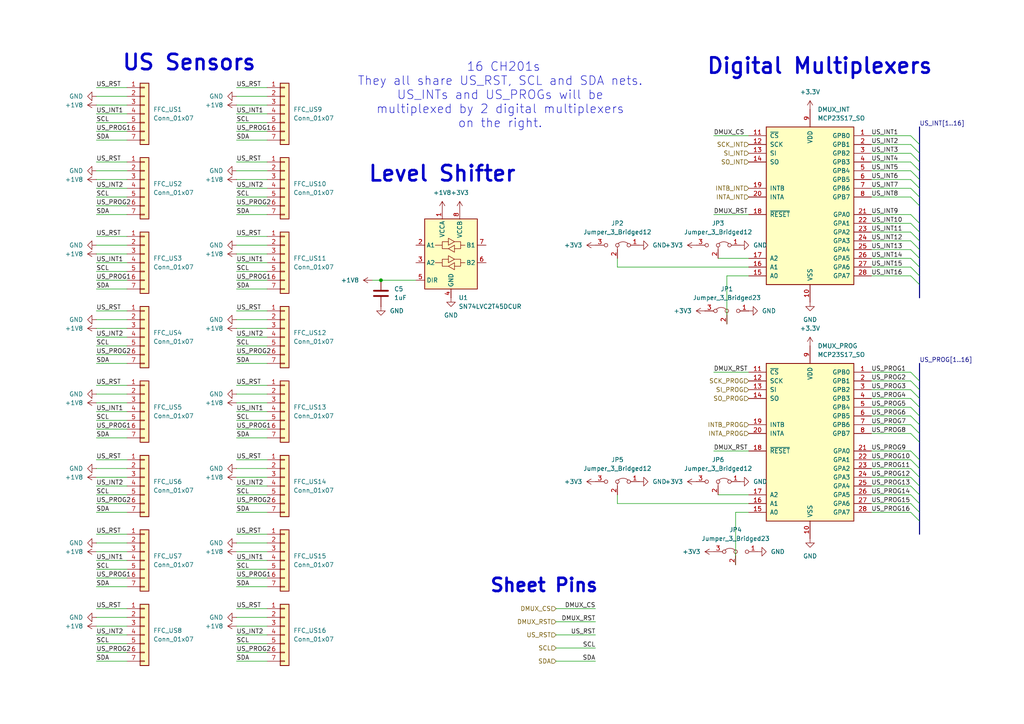
<source format=kicad_sch>
(kicad_sch (version 20231120) (generator "eeschema") (generator_version "8.0")
  (paper "A4")
  (lib_symbols
    (symbol "Connector_Generic:Conn_01x07" (pin_names (offset 1.016) hide)
      (property "Reference" "J" (at 0 10.16 0))
      (property "Value" "Conn_01x07" (at 0 -10.16 0))
      (symbol "Conn_01x07_1_1"
        (rectangle (start -1.27 -7.493) (end 0 -7.747) (stroke (width 0.1524)))
        (rectangle (start -1.27 -4.953) (end 0 -5.207) (stroke (width 0.1524)))
        (rectangle (start -1.27 -2.413) (end 0 -2.667) (stroke (width 0.1524)))
        (rectangle (start -1.27 0.127) (end 0 -0.127) (stroke (width 0.1524)))
        (rectangle (start -1.27 2.667) (end 0 2.413) (stroke (width 0.1524)))
        (rectangle (start -1.27 5.207) (end 0 4.953) (stroke (width 0.1524)))
        (rectangle (start -1.27 7.747) (end 0 7.493) (stroke (width 0.1524)))
        (rectangle (start -1.27 8.89) (end 1.27 -8.89) (stroke (width 0.254)) (fill (type background)))
        (pin passive line (at -5.08 7.62 0) (length 3.81) (name "Pin_1") (number "1"))
        (pin passive line (at -5.08 5.08 0) (length 3.81) (name "Pin_2") (number "2"))
        (pin passive line (at -5.08 2.54 0) (length 3.81) (name "Pin_3") (number "3"))
        (pin passive line (at -5.08 0 0) (length 3.81) (name "Pin_4") (number "4"))
        (pin passive line (at -5.08 -2.54 0) (length 3.81) (name "Pin_5") (number "5"))
        (pin passive line (at -5.08 -5.08 0) (length 3.81) (name "Pin_6") (number "6"))
        (pin passive line (at -5.08 -7.62 0) (length 3.81) (name "Pin_7") (number "7"))
      )
    )
    (symbol "Device:C" (pin_numbers hide) (pin_names (offset 0.254))
      (property "Reference" "C" (at 0.635 2.54 0))
      (property "Value" "C" (at 0.635 -2.54 0))
      (symbol "C_0_1"
        (polyline (pts (xy -2.032 -0.762) (xy 2.032 -0.762)) (stroke (width 0.508)))
        (polyline (pts (xy -2.032 0.762) (xy 2.032 0.762)) (stroke (width 0.508)))
      )
      (symbol "C_1_1"
        (pin passive line (at 0 3.81 270) (length 2.794) (name "~") (number "1"))
        (pin passive line (at 0 -3.81 90) (length 2.794) (name "~") (number "2"))
      )
    )
    (symbol "Interface_Expansion:MCP23S17_SO" (pin_names (offset 1.016))
      (property "Reference" "U" (at -11.43 24.13 0))
      (property "Value" "MCP23S17_SO" (at 0 0 0))
      (symbol "MCP23S17_SO_0_1"
        (rectangle (start -12.7 22.86) (end 12.7 -22.86) (stroke (width 0.254)) (fill (type background)))
      )
      (symbol "MCP23S17_SO_1_1"
        (pin bidirectional line (at 17.78 20.32 180) (length 5.08) (name "GPB0") (number "1"))
        (pin power_in line (at 0 -27.94 90) (length 5.08) (name "VSS") (number "10"))
        (pin input line (at -17.78 20.32 0) (length 5.08) (name "~{CS}") (number "11"))
        (pin input line (at -17.78 17.78 0) (length 5.08) (name "SCK") (number "12"))
        (pin input line (at -17.78 15.24 0) (length 5.08) (name "SI") (number "13"))
        (pin output line (at -17.78 12.7 0) (length 5.08) (name "SO") (number "14"))
        (pin input line (at -17.78 -20.32 0) (length 5.08) (name "A0") (number "15"))
        (pin input line (at -17.78 -17.78 0) (length 5.08) (name "A1") (number "16"))
        (pin input line (at -17.78 -15.24 0) (length 5.08) (name "A2") (number "17"))
        (pin input line (at -17.78 -2.54 0) (length 5.08) (name "~{RESET}") (number "18"))
        (pin tri_state line (at -17.78 5.08 0) (length 5.08) (name "INTB") (number "19"))
        (pin bidirectional line (at 17.78 17.78 180) (length 5.08) (name "GPB1") (number "2"))
        (pin tri_state line (at -17.78 2.54 0) (length 5.08) (name "INTA") (number "20"))
        (pin bidirectional line (at 17.78 -2.54 180) (length 5.08) (name "GPA0") (number "21"))
        (pin bidirectional line (at 17.78 -5.08 180) (length 5.08) (name "GPA1") (number "22"))
        (pin bidirectional line (at 17.78 -7.62 180) (length 5.08) (name "GPA2") (number "23"))
        (pin bidirectional line (at 17.78 -10.16 180) (length 5.08) (name "GPA3") (number "24"))
        (pin bidirectional line (at 17.78 -12.7 180) (length 5.08) (name "GPA4") (number "25"))
        (pin bidirectional line (at 17.78 -15.24 180) (length 5.08) (name "GPA5") (number "26"))
        (pin bidirectional line (at 17.78 -17.78 180) (length 5.08) (name "GPA6") (number "27"))
        (pin bidirectional line (at 17.78 -20.32 180) (length 5.08) (name "GPA7") (number "28"))
        (pin bidirectional line (at 17.78 15.24 180) (length 5.08) (name "GPB2") (number "3"))
        (pin bidirectional line (at 17.78 12.7 180) (length 5.08) (name "GPB3") (number "4"))
        (pin bidirectional line (at 17.78 10.16 180) (length 5.08) (name "GPB4") (number "5"))
        (pin bidirectional line (at 17.78 7.62 180) (length 5.08) (name "GPB5") (number "6"))
        (pin bidirectional line (at 17.78 5.08 180) (length 5.08) (name "GPB6") (number "7"))
        (pin bidirectional line (at 17.78 2.54 180) (length 5.08) (name "GPB7") (number "8"))
        (pin power_in line (at 0 27.94 270) (length 5.08) (name "VDD") (number "9"))
      )
    )
    (symbol "Jumper:Jumper_3_Bridged12" (pin_names (offset 0) hide) (exclude_from_sim yes) (in_bom no)
      (property "Reference" "JP" (at -2.54 -2.54 0))
      (property "Value" "Jumper_3_Bridged12" (at 0 2.794 0))
      (symbol "Jumper_3_Bridged12_0_0"
        (circle (center -3.302 0) (radius 0.508))
        (circle (center 0 0) (radius 0.508))
        (circle (center 3.302 0) (radius 0.508))
      )
      (symbol "Jumper_3_Bridged12_0_1"
        (arc (start -0.254 0.508) (mid -1.651 0.9912) (end -3.048 0.508))
        (polyline (pts (xy 0 -1.27) (xy 0 -0.508)))
      )
      (symbol "Jumper_3_Bridged12_1_1"
        (pin passive line (at -6.35 0 0) (length 2.54) (name "A") (number "1"))
        (pin passive line (at 0 -3.81 90) (length 2.54) (name "C") (number "2"))
        (pin passive line (at 6.35 0 180) (length 2.54) (name "B") (number "3"))
      )
    )
    (symbol "Jumper_3_Bridged12_1" (pin_names (offset 0) hide) (exclude_from_sim yes) (in_bom no)
      (property "Reference" "JP8" (at 0 6.35 0))
      (property "Value" "Jumper_3_Bridged23" (at 0 3.81 0))
      (symbol "Jumper_3_Bridged12_1_0_0"
        (circle (center -3.302 0) (radius 0.508))
        (circle (center 0 0) (radius 0.508))
        (circle (center 3.302 0) (radius 0.508))
      )
      (symbol "Jumper_3_Bridged12_1_0_1"
        (arc (start -0.254 0.508) (mid -1.651 0.9912) (end -3.048 0.508))
        (polyline (pts (xy 0 -1.27) (xy 0 -0.508)))
      )
      (symbol "Jumper_3_Bridged12_1_1_1"
        (pin passive line (at 6.35 0 180) (length 2.54) (name "A") (number "1"))
        (pin passive line (at 0 -3.81 90) (length 2.54) (name "C") (number "2"))
        (pin passive line (at -6.35 0 0) (length 2.54) (name "B") (number "3"))
      )
    )
    (symbol "Logic_LevelTranslator:SN74LVC2T45DCUR"
      (property "Reference" "U" (at -6.35 11.43 0))
      (property "Value" "SN74LVC2T45DCUR" (at 3.81 11.43 0))
      (symbol "SN74LVC2T45DCUR_0_1"
        (rectangle (start -7.62 10.16) (end 7.62 -10.16) (stroke (width 0.254)) (fill (type background)))
        (polyline (pts (xy -2.54 2.54) (xy -2.54 3.556) (xy -0.762 3.556)))
        (polyline (pts (xy 2.794 2.54) (xy 2.794 1.524) (xy 1.016 1.524)))
        (polyline (pts (xy -0.762 1.524) (xy -2.54 1.524) (xy -2.54 2.54) (xy -4.572 2.54)))
        (polyline (pts (xy -0.762 2.54) (xy -0.762 4.572) (xy 1.016 3.556) (xy -0.762 2.54)))
        (polyline (pts (xy 1.016 3.556) (xy 2.794 3.556) (xy 2.794 2.54) (xy 4.064 2.54)))
        (polyline (pts (xy 1.016 2.54) (xy 1.016 0.762) (xy 1.016 0.508) (xy -0.762 1.524) (xy 1.016 2.54)))
      )
      (symbol "SN74LVC2T45DCUR_1_1"
        (polyline (pts (xy -2.54 -2.54) (xy -2.54 -1.524) (xy -0.762 -1.524)))
        (polyline (pts (xy 2.794 -2.54) (xy 2.794 -3.556) (xy 1.016 -3.556)))
        (polyline (pts (xy -0.762 -3.556) (xy -2.54 -3.556) (xy -2.54 -2.54) (xy -4.572 -2.54)))
        (polyline (pts (xy -0.762 -2.54) (xy -0.762 -0.508) (xy 1.016 -1.524) (xy -0.762 -2.54)))
        (polyline (pts (xy 1.016 -1.524) (xy 2.794 -1.524) (xy 2.794 -2.54) (xy 4.064 -2.54)))
        (polyline (pts (xy 1.016 -2.54) (xy 1.016 -4.318) (xy 1.016 -4.572) (xy -0.762 -3.556) (xy 1.016 -2.54)))
        (pin power_in line (at -2.54 12.7 270) (length 2.54) (name "VCCA") (number "1"))
        (pin bidirectional line (at -10.16 2.54 0) (length 2.54) (name "A1") (number "2"))
        (pin bidirectional line (at -10.16 -2.54 0) (length 2.54) (name "A2") (number "3"))
        (pin power_in line (at 0 -12.7 90) (length 2.54) (name "GND") (number "4"))
        (pin input line (at -10.16 -7.62 0) (length 2.54) (name "DIR") (number "5"))
        (pin bidirectional line (at 10.16 -2.54 180) (length 2.54) (name "B2") (number "6"))
        (pin bidirectional line (at 10.16 2.54 180) (length 2.54) (name "B1") (number "7"))
        (pin power_in line (at 2.54 12.7 270) (length 2.54) (name "VCCB") (number "8"))
      )
    )
    (symbol "PCM_4ms_Power-symbol:+3.3V" (power) (pin_names (offset 0))
      (property "Value" "+3.3V" (at 0 3.556 0))
      (symbol "+3.3V_0_1"
        (polyline (pts (xy -0.762 1.27) (xy 0 2.54)))
        (polyline (pts (xy 0 0) (xy 0 2.54)))
        (polyline (pts (xy 0 2.54) (xy 0.762 1.27)))
      )
      (symbol "+3.3V_1_1"
        (pin power_in line (at 0 0 90) (length 0) hide (name "+3V3") (number "1"))
      )
    )
    (symbol "PCM_4ms_Power-symbol:GND" (power) (pin_names (offset 0))
      (property "Value" "GND" (at 0 -3.81 0))
      (symbol "GND_0_1"
        (polyline (pts (xy 0 0) (xy 0 -1.27) (xy 1.27 -1.27) (xy 0 -2.54) (xy -1.27 -1.27) (xy 0 -1.27)))
      )
      (symbol "GND_1_1"
        (pin power_in line (at 0 0 270) (length 0) hide (name "GND") (number "1"))
      )
    )
    (symbol "power:+1V8" (power) (pin_numbers hide) (pin_names (offset 0) hide)
      (property "Value" "+1V8" (at 0 3.556 0))
      (symbol "+1V8_0_1"
        (polyline (pts (xy -0.762 1.27) (xy 0 2.54)))
        (polyline (pts (xy 0 0) (xy 0 2.54)))
        (polyline (pts (xy 0 2.54) (xy 0.762 1.27)))
      )
      (symbol "+1V8_1_1"
        (pin power_in line (at 0 0 90) (length 0) (name "~") (number "1"))
      )
    )
    (symbol "power:+3V3" (power) (pin_numbers hide) (pin_names (offset 0) hide)
      (property "Value" "+3V3" (at 0 3.556 0))
      (symbol "+3V3_0_1"
        (polyline (pts (xy -0.762 1.27) (xy 0 2.54)))
        (polyline (pts (xy 0 0) (xy 0 2.54)))
        (polyline (pts (xy 0 2.54) (xy 0.762 1.27)))
      )
      (symbol "+3V3_1_1"
        (pin power_in line (at 0 0 90) (length 0) (name "~") (number "1"))
      )
    )
    (symbol "power:GND" (power) (pin_numbers hide) (pin_names (offset 0) hide)
      (property "Value" "GND" (at 0 -3.81 0))
      (symbol "GND_0_1"
        (polyline (pts (xy 0 0) (xy 0 -1.27) (xy 1.27 -1.27) (xy 0 -2.54) (xy -1.27 -1.27) (xy 0 -1.27)))
      )
      (symbol "GND_1_1"
        (pin power_in line (at 0 0 270) (length 0) (name "~") (number "1"))
      )
    )
  )
  (junction (at 110.49 81.28))
  (bus_entry (at 264.16 41.91) (size 2.54 2.54))
  (bus_entry (at 264.16 57.15) (size 2.54 2.54))
  (bus_entry (at 264.16 140.97) (size 2.54 2.54))
  (bus_entry (at 264.16 115.57) (size 2.54 2.54))
  (bus_entry (at 264.16 52.07) (size 2.54 2.54))
  (bus_entry (at 264.16 77.47) (size 2.54 2.54))
  (bus_entry (at 264.16 135.89) (size 2.54 2.54))
  (bus_entry (at 264.16 138.43) (size 2.54 2.54))
  (bus_entry (at 264.16 46.99) (size 2.54 2.54))
  (bus_entry (at 264.16 118.11) (size 2.54 2.54))
  (bus_entry (at 264.16 148.59) (size 2.54 2.54))
  (bus_entry (at 264.16 113.03) (size 2.54 2.54))
  (bus_entry (at 264.16 146.05) (size 2.54 2.54))
  (bus_entry (at 264.16 64.77) (size 2.54 2.54))
  (bus_entry (at 264.16 143.51) (size 2.54 2.54))
  (bus_entry (at 264.16 80.01) (size 2.54 2.54))
  (bus_entry (at 264.16 54.61) (size 2.54 2.54))
  (bus_entry (at 264.16 39.37) (size 2.54 2.54))
  (bus_entry (at 264.16 67.31) (size 2.54 2.54))
  (bus_entry (at 264.16 49.53) (size 2.54 2.54))
  (bus_entry (at 264.16 107.95) (size 2.54 2.54))
  (bus_entry (at 264.16 130.81) (size 2.54 2.54))
  (bus_entry (at 264.16 125.73) (size 2.54 2.54))
  (bus_entry (at 264.16 74.93) (size 2.54 2.54))
  (bus_entry (at 264.16 110.49) (size 2.54 2.54))
  (bus_entry (at 264.16 123.19) (size 2.54 2.54))
  (bus_entry (at 264.16 133.35) (size 2.54 2.54))
  (bus_entry (at 264.16 62.23) (size 2.54 2.54))
  (bus_entry (at 264.16 69.85) (size 2.54 2.54))
  (bus_entry (at 264.16 120.65) (size 2.54 2.54))
  (bus_entry (at 264.16 72.39) (size 2.54 2.54))
  (bus_entry (at 264.16 44.45) (size 2.54 2.54))
  (wire (pts (xy 252.73 57.15) (xy 264.16 57.15)))
  (wire (pts (xy 252.73 74.93) (xy 264.16 74.93)))
  (wire (pts (xy 68.58 146.05) (xy 77.47 146.05)))
  (wire (pts (xy 252.73 39.37) (xy 264.16 39.37)))
  (wire (pts (xy 110.49 81.28) (xy 107.95 81.28)))
  (wire (pts (xy 27.94 49.53) (xy 36.83 49.53)))
  (wire (pts (xy 27.94 148.59) (xy 36.83 148.59)))
  (wire (pts (xy 27.94 186.69) (xy 36.83 186.69)))
  (wire (pts (xy 252.73 120.65) (xy 264.16 120.65)))
  (wire (pts (xy 27.94 57.15) (xy 36.83 57.15)))
  (wire (pts (xy 252.73 123.19) (xy 264.16 123.19)))
  (bus (pts (xy 266.7 120.65) (xy 266.7 123.19)))
  (bus (pts (xy 266.7 105.41) (xy 266.7 110.49)))
  (bus (pts (xy 266.7 49.53) (xy 266.7 52.07)))
  (wire (pts (xy 68.58 116.84) (xy 77.47 116.84)))
  (wire (pts (xy 68.58 54.61) (xy 77.47 54.61)))
  (wire (pts (xy 68.58 27.94) (xy 77.47 27.94)))
  (wire (pts (xy 68.58 165.1) (xy 77.47 165.1)))
  (wire (pts (xy 68.58 160.02) (xy 77.47 160.02)))
  (wire (pts (xy 252.73 46.99) (xy 264.16 46.99)))
  (wire (pts (xy 68.58 167.64) (xy 77.47 167.64)))
  (bus (pts (xy 266.7 54.61) (xy 266.7 57.15)))
  (bus (pts (xy 266.7 128.27) (xy 266.7 133.35)))
  (wire (pts (xy 68.58 143.51) (xy 77.47 143.51)))
  (wire (pts (xy 27.94 189.23) (xy 36.83 189.23)))
  (wire (pts (xy 68.58 46.99) (xy 77.47 46.99)))
  (wire (pts (xy 27.94 30.48) (xy 36.83 30.48)))
  (wire (pts (xy 27.94 46.99) (xy 36.83 46.99)))
  (bus (pts (xy 266.7 148.59) (xy 266.7 151.13)))
  (wire (pts (xy 27.94 111.76) (xy 36.83 111.76)))
  (bus (pts (xy 266.7 80.01) (xy 266.7 82.55)))
  (wire (pts (xy 207.01 62.23) (xy 217.17 62.23)))
  (wire (pts (xy 27.94 179.07) (xy 36.83 179.07)))
  (wire (pts (xy 27.94 83.82) (xy 36.83 83.82)))
  (wire (pts (xy 27.94 191.77) (xy 36.83 191.77)))
  (wire (pts (xy 27.94 176.53) (xy 36.83 176.53)))
  (wire (pts (xy 68.58 78.74) (xy 77.47 78.74)))
  (wire (pts (xy 27.94 38.1) (xy 36.83 38.1)))
  (bus (pts (xy 266.7 69.85) (xy 266.7 72.39)))
  (wire (pts (xy 68.58 138.43) (xy 77.47 138.43)))
  (wire (pts (xy 27.94 78.74) (xy 36.83 78.74)))
  (wire (pts (xy 68.58 184.15) (xy 77.47 184.15)))
  (wire (pts (xy 252.73 62.23) (xy 264.16 62.23)))
  (bus (pts (xy 266.7 151.13) (xy 266.7 154.94)))
  (wire (pts (xy 179.07 146.05) (xy 179.07 143.51)))
  (wire (pts (xy 213.36 148.59) (xy 217.17 148.59)))
  (wire (pts (xy 252.73 143.51) (xy 264.16 143.51)))
  (wire (pts (xy 68.58 57.15) (xy 77.47 57.15)))
  (bus (pts (xy 266.7 123.19) (xy 266.7 125.73)))
  (wire (pts (xy 68.58 111.76) (xy 77.47 111.76)))
  (wire (pts (xy 68.58 186.69) (xy 77.47 186.69)))
  (wire (pts (xy 68.58 62.23) (xy 77.47 62.23)))
  (wire (pts (xy 210.82 80.01) (xy 210.82 93.98)))
  (wire (pts (xy 68.58 124.46) (xy 77.47 124.46)))
  (wire (pts (xy 252.73 72.39) (xy 264.16 72.39)))
  (wire (pts (xy 27.94 181.61) (xy 36.83 181.61)))
  (wire (pts (xy 27.94 40.64) (xy 36.83 40.64)))
  (wire (pts (xy 27.94 33.02) (xy 36.83 33.02)))
  (wire (pts (xy 252.73 54.61) (xy 264.16 54.61)))
  (bus (pts (xy 266.7 44.45) (xy 266.7 46.99)))
  (bus (pts (xy 266.7 74.93) (xy 266.7 77.47)))
  (wire (pts (xy 68.58 157.48) (xy 77.47 157.48)))
  (wire (pts (xy 27.94 100.33) (xy 36.83 100.33)))
  (wire (pts (xy 68.58 38.1) (xy 77.47 38.1)))
  (wire (pts (xy 213.36 148.59) (xy 213.36 163.83)))
  (wire (pts (xy 27.94 76.2) (xy 36.83 76.2)))
  (wire (pts (xy 27.94 105.41) (xy 36.83 105.41)))
  (wire (pts (xy 208.28 143.51) (xy 217.17 143.51)))
  (wire (pts (xy 27.94 35.56) (xy 36.83 35.56)))
  (bus (pts (xy 266.7 64.77) (xy 266.7 67.31)))
  (wire (pts (xy 27.94 127) (xy 36.83 127)))
  (wire (pts (xy 207.01 130.81) (xy 217.17 130.81)))
  (wire (pts (xy 68.58 191.77) (xy 77.47 191.77)))
  (wire (pts (xy 68.58 105.41) (xy 77.47 105.41)))
  (wire (pts (xy 68.58 133.35) (xy 77.47 133.35)))
  (wire (pts (xy 27.94 154.94) (xy 36.83 154.94)))
  (wire (pts (xy 68.58 176.53) (xy 77.47 176.53)))
  (bus (pts (xy 266.7 133.35) (xy 266.7 135.89)))
  (wire (pts (xy 68.58 35.56) (xy 77.47 35.56)))
  (wire (pts (xy 27.94 146.05) (xy 36.83 146.05)))
  (wire (pts (xy 68.58 189.23) (xy 77.47 189.23)))
  (bus (pts (xy 266.7 146.05) (xy 266.7 148.59)))
  (wire (pts (xy 27.94 170.18) (xy 36.83 170.18)))
  (wire (pts (xy 208.28 74.93) (xy 217.17 74.93)))
  (bus (pts (xy 266.7 135.89) (xy 266.7 138.43)))
  (bus (pts (xy 266.7 36.83) (xy 266.7 41.91)))
  (bus (pts (xy 266.7 110.49) (xy 266.7 113.03)))
  (wire (pts (xy 161.29 191.77) (xy 172.72 191.77)))
  (wire (pts (xy 27.94 138.43) (xy 36.83 138.43)))
  (wire (pts (xy 161.29 184.15) (xy 172.72 184.15)))
  (wire (pts (xy 252.73 67.31) (xy 264.16 67.31)))
  (wire (pts (xy 27.94 116.84) (xy 36.83 116.84)))
  (wire (pts (xy 27.94 81.28) (xy 36.83 81.28)))
  (wire (pts (xy 68.58 59.69) (xy 77.47 59.69)))
  (wire (pts (xy 68.58 95.25) (xy 77.47 95.25)))
  (wire (pts (xy 68.58 162.56) (xy 77.47 162.56)))
  (wire (pts (xy 27.94 27.94) (xy 36.83 27.94)))
  (wire (pts (xy 27.94 121.92) (xy 36.83 121.92)))
  (wire (pts (xy 252.73 41.91) (xy 264.16 41.91)))
  (wire (pts (xy 27.94 157.48) (xy 36.83 157.48)))
  (bus (pts (xy 266.7 52.07) (xy 266.7 54.61)))
  (wire (pts (xy 27.94 167.64) (xy 36.83 167.64)))
  (wire (pts (xy 252.73 118.11) (xy 264.16 118.11)))
  (wire (pts (xy 252.73 77.47) (xy 264.16 77.47)))
  (wire (pts (xy 68.58 127) (xy 77.47 127)))
  (wire (pts (xy 27.94 95.25) (xy 36.83 95.25)))
  (bus (pts (xy 266.7 115.57) (xy 266.7 118.11)))
  (bus (pts (xy 266.7 59.69) (xy 266.7 64.77)))
  (wire (pts (xy 68.58 30.48) (xy 77.47 30.48)))
  (wire (pts (xy 252.73 115.57) (xy 264.16 115.57)))
  (wire (pts (xy 27.94 54.61) (xy 36.83 54.61)))
  (wire (pts (xy 252.73 107.95) (xy 264.16 107.95)))
  (bus (pts (xy 266.7 125.73) (xy 266.7 128.27)))
  (wire (pts (xy 68.58 135.89) (xy 77.47 135.89)))
  (bus (pts (xy 266.7 82.55) (xy 266.7 86.36)))
  (wire (pts (xy 68.58 52.07) (xy 77.47 52.07)))
  (wire (pts (xy 252.73 125.73) (xy 264.16 125.73)))
  (wire (pts (xy 68.58 83.82) (xy 77.47 83.82)))
  (wire (pts (xy 68.58 33.02) (xy 77.47 33.02)))
  (bus (pts (xy 266.7 41.91) (xy 266.7 44.45)))
  (wire (pts (xy 120.65 81.28) (xy 110.49 81.28)))
  (wire (pts (xy 68.58 114.3) (xy 77.47 114.3)))
  (wire (pts (xy 252.73 69.85) (xy 264.16 69.85)))
  (bus (pts (xy 266.7 46.99) (xy 266.7 49.53)))
  (wire (pts (xy 217.17 80.01) (xy 210.82 80.01)))
  (wire (pts (xy 68.58 181.61) (xy 77.47 181.61)))
  (wire (pts (xy 68.58 170.18) (xy 77.47 170.18)))
  (wire (pts (xy 68.58 148.59) (xy 77.47 148.59)))
  (bus (pts (xy 266.7 67.31) (xy 266.7 69.85)))
  (wire (pts (xy 68.58 81.28) (xy 77.47 81.28)))
  (wire (pts (xy 27.94 124.46) (xy 36.83 124.46)))
  (wire (pts (xy 252.73 135.89) (xy 264.16 135.89)))
  (bus (pts (xy 266.7 113.03) (xy 266.7 115.57)))
  (wire (pts (xy 252.73 52.07) (xy 264.16 52.07)))
  (wire (pts (xy 27.94 165.1) (xy 36.83 165.1)))
  (wire (pts (xy 68.58 154.94) (xy 77.47 154.94)))
  (wire (pts (xy 27.94 59.69) (xy 36.83 59.69)))
  (wire (pts (xy 252.73 146.05) (xy 264.16 146.05)))
  (wire (pts (xy 207.01 107.95) (xy 217.17 107.95)))
  (wire (pts (xy 252.73 80.01) (xy 264.16 80.01)))
  (bus (pts (xy 266.7 57.15) (xy 266.7 59.69)))
  (wire (pts (xy 161.29 187.96) (xy 172.72 187.96)))
  (wire (pts (xy 252.73 133.35) (xy 264.16 133.35)))
  (wire (pts (xy 27.94 71.12) (xy 36.83 71.12)))
  (bus (pts (xy 266.7 143.51) (xy 266.7 146.05)))
  (wire (pts (xy 27.94 135.89) (xy 36.83 135.89)))
  (bus (pts (xy 266.7 77.47) (xy 266.7 80.01)))
  (wire (pts (xy 27.94 184.15) (xy 36.83 184.15)))
  (wire (pts (xy 252.73 148.59) (xy 264.16 148.59)))
  (bus (pts (xy 266.7 72.39) (xy 266.7 74.93)))
  (wire (pts (xy 68.58 71.12) (xy 77.47 71.12)))
  (wire (pts (xy 217.17 77.47) (xy 179.07 77.47)))
  (wire (pts (xy 27.94 97.79) (xy 36.83 97.79)))
  (wire (pts (xy 68.58 119.38) (xy 77.47 119.38)))
  (wire (pts (xy 68.58 25.4) (xy 77.47 25.4)))
  (wire (pts (xy 27.94 68.58) (xy 36.83 68.58)))
  (wire (pts (xy 68.58 179.07) (xy 77.47 179.07)))
  (wire (pts (xy 207.01 39.37) (xy 217.17 39.37)))
  (wire (pts (xy 252.73 44.45) (xy 264.16 44.45)))
  (wire (pts (xy 27.94 90.17) (xy 36.83 90.17)))
  (wire (pts (xy 252.73 64.77) (xy 264.16 64.77)))
  (wire (pts (xy 217.17 146.05) (xy 179.07 146.05)))
  (bus (pts (xy 266.7 140.97) (xy 266.7 143.51)))
  (wire (pts (xy 68.58 100.33) (xy 77.47 100.33)))
  (bus (pts (xy 266.7 138.43) (xy 266.7 140.97)))
  (wire (pts (xy 27.94 143.51) (xy 36.83 143.51)))
  (wire (pts (xy 68.58 73.66) (xy 77.47 73.66)))
  (wire (pts (xy 27.94 133.35) (xy 36.83 133.35)))
  (wire (pts (xy 161.29 176.53) (xy 172.72 176.53)))
  (wire (pts (xy 27.94 52.07) (xy 36.83 52.07)))
  (wire (pts (xy 27.94 162.56) (xy 36.83 162.56)))
  (wire (pts (xy 27.94 102.87) (xy 36.83 102.87)))
  (wire (pts (xy 27.94 62.23) (xy 36.83 62.23)))
  (wire (pts (xy 27.94 160.02) (xy 36.83 160.02)))
  (wire (pts (xy 27.94 119.38) (xy 36.83 119.38)))
  (wire (pts (xy 68.58 92.71) (xy 77.47 92.71)))
  (wire (pts (xy 252.73 110.49) (xy 264.16 110.49)))
  (wire (pts (xy 179.07 77.47) (xy 179.07 74.93)))
  (wire (pts (xy 68.58 121.92) (xy 77.47 121.92)))
  (wire (pts (xy 68.58 49.53) (xy 77.47 49.53)))
  (wire (pts (xy 161.29 180.34) (xy 172.72 180.34)))
  (wire (pts (xy 68.58 97.79) (xy 77.47 97.79)))
  (wire (pts (xy 27.94 92.71) (xy 36.83 92.71)))
  (wire (pts (xy 252.73 113.03) (xy 264.16 113.03)))
  (wire (pts (xy 68.58 76.2) (xy 77.47 76.2)))
  (wire (pts (xy 27.94 114.3) (xy 36.83 114.3)))
  (wire (pts (xy 68.58 68.58) (xy 77.47 68.58)))
  (wire (pts (xy 27.94 25.4) (xy 36.83 25.4)))
  (wire (pts (xy 27.94 140.97) (xy 36.83 140.97)))
  (wire (pts (xy 27.94 73.66) (xy 36.83 73.66)))
  (wire (pts (xy 68.58 102.87) (xy 77.47 102.87)))
  (wire (pts (xy 68.58 90.17) (xy 77.47 90.17)))
  (bus (pts (xy 266.7 118.11) (xy 266.7 120.65)))
  (wire (pts (xy 68.58 40.64) (xy 77.47 40.64)))
  (wire (pts (xy 68.58 140.97) (xy 77.47 140.97)))
  (wire (pts (xy 252.73 138.43) (xy 264.16 138.43)))
  (wire (pts (xy 252.73 130.81) (xy 264.16 130.81)))
  (wire (pts (xy 252.73 140.97) (xy 264.16 140.97)))
  (wire (pts (xy 252.73 49.53) (xy 264.16 49.53)))
  (text "US Sensors" (at 54.864 18.288 0) (effects (font (size 4.445 4.445) (thickness 0.762) (bold yes))))
  (text "Sheet Pins" (at 173.736 169.926 0) (effects (font (size 3.81 3.81) (thickness 0.762) (bold yes)) (justify right)))
  (text "16 CH201s\nThey all share US_RST, SCL and SDA nets. \nUS_INTs and US_PROGs will be \nmultiplexed by 2 digital multiplexers \non the right. " (at 146.05 27.686 0) (effects (font (size 2.54 2.54))))
  (text "Level Shifter" (at 128.27 50.546 0) (effects (font (size 4.445 4.445) (thickness 0.762) (bold yes))))
  (text "Digital Multiplexers" (at 237.744 19.304 0) (effects (font (size 4.445 4.445) (thickness 0.762) (bold yes))))
  (label "US_RST" (at 68.58 154.94 0))
  (label "US_INT5" (at 252.73 49.53 0))
  (label "US_PROG2" (at 252.73 110.49 0))
  (label "SDA" (at 68.58 62.23 0))
  (label "US_INT6" (at 252.73 52.07 0))
  (label "SCL" (at 68.58 121.92 0))
  (label "US_RST" (at 68.58 90.17 0))
  (label "US_PROG1" (at 27.94 38.1 0))
  (label "US_RST" (at 27.94 68.58 0))
  (label "US_PROG1" (at 68.58 81.28 0))
  (label "SDA" (at 27.94 62.23 0))
  (label "US_INT1" (at 68.58 162.56 0))
  (label "US_RST" (at 27.94 25.4 0))
  (label "US_PROG3" (at 252.73 113.03 0))
  (label "SDA" (at 68.58 148.59 0))
  (label "US_PROG2" (at 68.58 102.87 0))
  (label "US_INT8" (at 252.73 57.15 0))
  (label "US_INT7" (at 252.73 54.61 0))
  (label "US_PROG15" (at 252.73 146.05 0))
  (label "SDA" (at 27.94 105.41 0))
  (label "US_PROG2" (at 27.94 146.05 0))
  (label "SCL" (at 68.58 35.56 0))
  (label "SCL" (at 68.58 186.69 0))
  (label "SCL" (at 27.94 121.92 0))
  (label "US_PROG4" (at 252.73 115.57 0))
  (label "US_INT1" (at 68.58 33.02 0))
  (label "US_PROG2" (at 68.58 146.05 0))
  (label "US_RST" (at 68.58 111.76 0))
  (label "US_RST" (at 27.94 154.94 0))
  (label "US_INT2" (at 68.58 140.97 0))
  (label "SCL" (at 27.94 78.74 0))
  (label "US_INT1" (at 68.58 76.2 0))
  (label "SDA" (at 68.58 170.18 0))
  (label "SDA" (at 27.94 191.77 0))
  (label "US_INT2" (at 68.58 54.61 0))
  (label "SDA" (at 27.94 148.59 0))
  (label "US_PROG1" (at 27.94 167.64 0))
  (label "US_INT12" (at 252.73 69.85 0))
  (label "SDA" (at 27.94 127 0))
  (label "US_INT1" (at 27.94 162.56 0))
  (label "SDA" (at 68.58 127 0))
  (label "US_RST" (at 27.94 176.53 0))
  (label "SCL" (at 68.58 100.33 0))
  (label "US_INT1" (at 27.94 76.2 0))
  (label "US_INT2" (at 27.94 184.15 0))
  (label "DMUX_RST" (at 207.01 62.23 0))
  (label "US_RST" (at 27.94 133.35 0))
  (label "US_PROG1" (at 27.94 124.46 0))
  (label "DMUX_RST" (at 172.72 180.34 180))
  (label "SCL" (at 27.94 35.56 0))
  (label "SCL" (at 27.94 143.51 0))
  (label "US_INT10" (at 252.73 64.77 0))
  (label "US_PROG13" (at 252.73 140.97 0))
  (label "US_PROG8" (at 252.73 125.73 0))
  (label "US_INT16" (at 252.73 80.01 0))
  (label "US_PROG7" (at 252.73 123.19 0))
  (label "US_PROG11" (at 252.73 135.89 0))
  (label "US_INT2" (at 27.94 97.79 0))
  (label "SCL" (at 68.58 143.51 0))
  (label "US_INT2" (at 68.58 184.15 0))
  (label "US_INT2" (at 27.94 140.97 0))
  (label "SCL" (at 27.94 100.33 0))
  (label "US_PROG2" (at 68.58 59.69 0))
  (label "SDA" (at 68.58 191.77 0))
  (label "DMUX_CS" (at 172.72 176.53 180))
  (label "SCL" (at 27.94 165.1 0))
  (label "US_RST" (at 68.58 25.4 0))
  (label "SDA" (at 27.94 83.82 0))
  (label "US_RST" (at 27.94 111.76 0))
  (label "US_PROG2" (at 27.94 59.69 0))
  (label "SDA" (at 68.58 83.82 0))
  (label "SCL" (at 68.58 57.15 0))
  (label "US_PROG1" (at 27.94 81.28 0))
  (label "US_RST" (at 27.94 90.17 0))
  (label "SCL" (at 68.58 78.74 0))
  (label "US_PROG1" (at 68.58 38.1 0))
  (label "US_PROG6" (at 252.73 120.65 0))
  (label "US_PROG14" (at 252.73 143.51 0))
  (label "US_PROG2" (at 68.58 189.23 0))
  (label "US_INT2" (at 68.58 97.79 0))
  (label "US_PROG2" (at 27.94 102.87 0))
  (label "SDA" (at 27.94 170.18 0))
  (label "US_RST" (at 68.58 68.58 0))
  (label "SCL" (at 27.94 57.15 0))
  (label "DMUX_RST" (at 207.01 107.95 0))
  (label "US_RST" (at 172.72 184.15 180))
  (label "US_INT1" (at 68.58 119.38 0))
  (label "US_PROG9" (at 252.73 130.81 0))
  (label "US_INT14" (at 252.73 74.93 0))
  (label "SDA" (at 172.72 191.77 180))
  (label "US_PROG12" (at 252.73 138.43 0))
  (label "DMUX_RST" (at 207.01 130.81 0))
  (label "US_INT2" (at 27.94 54.61 0))
  (label "SDA" (at 27.94 40.64 0))
  (label "US_INT4" (at 252.73 46.99 0))
  (label "US_INT13" (at 252.73 72.39 0))
  (label "SDA" (at 68.58 40.64 0))
  (label "US_PROG10" (at 252.73 133.35 0))
  (label "US_PROG2" (at 27.94 189.23 0))
  (label "US_INT1" (at 27.94 119.38 0))
  (label "US_INT9" (at 252.73 62.23 0))
  (label "SDA" (at 68.58 105.41 0))
  (label "SCL" (at 172.72 187.96 180))
  (label "US_PROG5" (at 252.73 118.11 0))
  (label "US_PROG1" (at 68.58 124.46 0))
  (label "US_INT[1..16]" (at 266.7 36.83 0))
  (label "US_RST" (at 68.58 176.53 0))
  (label "SCL" (at 27.94 186.69 0))
  (label "US_INT3" (at 252.73 44.45 0))
  (label "US_INT2" (at 252.73 41.91 0))
  (label "US_RST" (at 27.94 46.99 0))
  (label "DMUX_CS" (at 207.01 39.37 0))
  (label "US_INT15" (at 252.73 77.47 0))
  (label "US_PROG[1..16]" (at 266.7 105.41 0))
  (label "US_RST" (at 68.58 133.35 0))
  (label "US_PROG1" (at 252.73 107.95 0))
  (label "SCL" (at 68.58 165.1 0))
  (label "US_INT1" (at 27.94 33.02 0))
  (label "US_RST" (at 68.58 46.99 0))
  (label "US_INT11" (at 252.73 67.31 0))
  (label "US_PROG16" (at 252.73 148.59 0))
  (label "US_INT1" (at 252.73 39.37 0))
  (label "US_PROG1" (at 68.58 167.64 0))
  (hierarchical_label "INTA_PROG" (shape input) (at 217.17 125.73 180))
  (hierarchical_label "INTA_INT" (shape input) (at 217.17 57.15 180))
  (hierarchical_label "SI_INT" (shape input) (at 217.17 44.45 180))
  (hierarchical_label "INTB_PROG" (shape input) (at 217.17 123.19 180))
  (hierarchical_label "INTB_INT" (shape input) (at 217.17 54.61 180))
  (hierarchical_label "SO_INT" (shape input) (at 217.17 46.99 180))
  (hierarchical_label "SI_PROG" (shape input) (at 217.17 113.03 180))
  (hierarchical_label "US_RST" (shape input) (at 161.29 184.15 180))
  (hierarchical_label "DMUX_RST" (shape input) (at 161.29 180.34 180))
  (hierarchical_label "SCK_PROG" (shape input) (at 217.17 110.49 180))
  (hierarchical_label "DMUX_CS" (shape input) (at 161.29 176.53 180))
  (hierarchical_label "SDA" (shape input) (at 161.29 191.77 180))
  (hierarchical_label "SCK_INT" (shape input) (at 217.17 41.91 180))
  (hierarchical_label "SCL" (shape input) (at 161.29 187.96 180))
  (hierarchical_label "SO_PROG" (shape input) (at 217.17 115.57 180))
  (symbol (lib_id "power:GND") (at 214.63 139.7 90) (unit 1)
    (property "Reference" "#PWR058" (effects (hide yes)))
    (property "Value" "GND" (at 218.44 139.6999 90) (effects (justify right)))
    (property "Description" "Power symbol creates a global label with name \"GND\" , ground" (effects (hide yes)))
  )
  (symbol (lib_id "power:+1V8") (at 27.94 95.25 90) (unit 1)
    (property "Reference" "#PWR020" (effects (hide yes)))
    (property "Value" "+1V8" (at 24.13 95.2499 90) (effects (justify left)))
    (property "Description" "Power symbol creates a global label with name \"+1V8\"" (effects (hide yes)))
  )
  (symbol (lib_id "Connector_Generic:Conn_01x07") (at 41.91 97.79 0) (unit 1)
    (property "Reference" "FFC_US4" (at 44.45 96.5199 0) (effects (justify left)))
    (property "Value" "Conn_01x07" (at 44.45 99.0599 0) (effects (justify left)))
    (property "Description" "Generic connector, single row, 01x07, script generated (kicad-library-utils/schlib/autogen/connector/)" (effects (hide yes)))
  )
  (symbol (lib_name "Jumper_3_Bridged12_1") (lib_id "Jumper:Jumper_3_Bridged12") (at 213.36 160.02 0) (unit 1) (exclude_from_sim yes) (in_bom no)
    (property "Reference" "JP4" (at 213.36 153.67 0))
    (property "Value" "Jumper_3_Bridged23" (at 213.36 156.21 0))
    (property "Footprint" "Connector_PinHeader_1.27mm:PinHeader_1x03_P1.27mm_Vertical" (effects (hide yes)))
    (property "Description" "Jumper, 3-pole, pins 1+2 closed/bridged" (effects (hide yes)))
  )
  (symbol (lib_id "Connector_Generic:Conn_01x07") (at 41.91 33.02 0) (unit 1)
    (property "Reference" "FFC_US1" (at 44.45 31.7499 0) (effects (justify left)))
    (property "Value" "Conn_01x07" (at 44.45 34.2899 0) (effects (justify left)))
    (property "Description" "Generic connector, single row, 01x07, script generated (kicad-library-utils/schlib/autogen/connector/)" (effects (hide yes)))
  )
  (symbol (lib_id "PCM_4ms_Power-symbol:+3.3V") (at 234.95 100.33 0) (unit 1)
    (property "Reference" "#PWR045" (effects (hide yes)))
    (property "Value" "+3.3V" (at 234.95 95.25 0))
  )
  (symbol (lib_id "power:+3V3") (at 172.72 139.7 90) (unit 1)
    (property "Reference" "#PWR055" (effects (hide yes)))
    (property "Value" "+3V3" (at 168.91 139.6999 90) (effects (justify left)))
    (property "Description" "Power symbol creates a global label with name \"+3V3\"" (effects (hide yes)))
  )
  (symbol (lib_id "power:+3V3") (at 201.93 139.7 90) (unit 1)
    (property "Reference" "#PWR057" (effects (hide yes)))
    (property "Value" "+3V3" (at 198.12 139.6999 90) (effects (justify left)))
    (property "Description" "Power symbol creates a global label with name \"+3V3\"" (effects (hide yes)))
  )
  (symbol (lib_id "power:+1V8") (at 107.95 81.28 90) (unit 1)
    (property "Reference" "#PWR0111" (effects (hide yes)))
    (property "Value" "+1V8" (at 104.14 81.2799 90) (effects (justify left)))
    (property "Description" "Power symbol creates a global label with name \"+1V8\"" (effects (hide yes)))
  )
  (symbol (lib_id "Connector_Generic:Conn_01x07") (at 82.55 33.02 0) (unit 1)
    (property "Reference" "FFC_US9" (at 85.09 31.7499 0) (effects (justify left)))
    (property "Value" "Conn_01x07" (at 85.09 34.2899 0) (effects (justify left)))
    (property "Description" "Generic connector, single row, 01x07, script generated (kicad-library-utils/schlib/autogen/connector/)" (effects (hide yes)))
  )
  (symbol (lib_id "power:GND") (at 130.81 86.36 0) (unit 1)
    (property "Reference" "#PWR0108" (effects (hide yes)))
    (property "Value" "GND" (at 130.81 91.44 0))
    (property "Description" "Power symbol creates a global label with name \"GND\" , ground" (effects (hide yes)))
  )
  (symbol (lib_id "power:GND") (at 27.94 179.07 270) (unit 1)
    (property "Reference" "#PWR027" (effects (hide yes)))
    (property "Value" "GND" (at 24.13 179.0699 90) (effects (justify right)))
    (property "Description" "Power symbol creates a global label with name \"GND\" , ground" (effects (hide yes)))
  )
  (symbol (lib_id "Connector_Generic:Conn_01x07") (at 41.91 76.2 0) (unit 1)
    (property "Reference" "FFC_US3" (at 44.45 74.9299 0) (effects (justify left)))
    (property "Value" "Conn_01x07" (at 44.45 77.4699 0) (effects (justify left)))
    (property "Description" "Generic connector, single row, 01x07, script generated (kicad-library-utils/schlib/autogen/connector/)" (effects (hide yes)))
  )
  (symbol (lib_id "power:GND") (at 27.94 135.89 270) (unit 1)
    (property "Reference" "#PWR023" (effects (hide yes)))
    (property "Value" "GND" (at 24.13 135.8899 90) (effects (justify right)))
    (property "Description" "Power symbol creates a global label with name \"GND\" , ground" (effects (hide yes)))
  )
  (symbol (lib_id "power:+3V3") (at 201.93 71.12 90) (unit 1)
    (property "Reference" "#PWR051" (effects (hide yes)))
    (property "Value" "+3V3" (at 198.12 71.1199 90) (effects (justify left)))
    (property "Description" "Power symbol creates a global label with name \"+3V3\"" (effects (hide yes)))
  )
  (symbol (lib_id "power:GND") (at 27.94 71.12 270) (unit 1)
    (property "Reference" "#PWR017" (effects (hide yes)))
    (property "Value" "GND" (at 24.13 71.1199 90) (effects (justify right)))
    (property "Description" "Power symbol creates a global label with name \"GND\" , ground" (effects (hide yes)))
  )
  (symbol (lib_id "power:+1V8") (at 27.94 116.84 90) (unit 1)
    (property "Reference" "#PWR022" (effects (hide yes)))
    (property "Value" "+1V8" (at 24.13 116.8399 90) (effects (justify left)))
    (property "Description" "Power symbol creates a global label with name \"+1V8\"" (effects (hide yes)))
  )
  (symbol (lib_id "power:+1V8") (at 68.58 95.25 90) (unit 1)
    (property "Reference" "#PWR036" (effects (hide yes)))
    (property "Value" "+1V8" (at 64.77 95.2499 90) (effects (justify left)))
    (property "Description" "Power symbol creates a global label with name \"+1V8\"" (effects (hide yes)))
  )
  (symbol (lib_id "Interface_Expansion:MCP23S17_SO") (at 234.95 128.27 0) (unit 1)
    (property "Reference" "DMUX_PROG" (at 237.1441 100.33 0) (effects (justify left)))
    (property "Value" "MCP23S17_SO" (at 237.1441 102.87 0) (effects (justify left)))
    (property "Footprint" "Package_SO:SOIC-28W_7.5x17.9mm_P1.27mm" (effects (hide yes)))
    (property "Datasheet" "http://ww1.microchip.com/downloads/en/DeviceDoc/20001952C.pdf" (effects (hide yes)))
    (property "Description" "16-bit I/O expander, SPI, interrupts, w pull-ups, SOIC-28" (effects (hide yes)))
  )
  (symbol (lib_id "Connector_Generic:Conn_01x07") (at 82.55 97.79 0) (unit 1)
    (property "Reference" "FFC_US12" (at 85.09 96.5199 0) (effects (justify left)))
    (property "Value" "Conn_01x07" (at 85.09 99.0599 0) (effects (justify left)))
    (property "Description" "Generic connector, single row, 01x07, script generated (kicad-library-utils/schlib/autogen/connector/)" (effects (hide yes)))
  )
  (symbol (lib_id "power:GND") (at 68.58 71.12 270) (unit 1)
    (property "Reference" "#PWR033" (effects (hide yes)))
    (property "Value" "GND" (at 64.77 71.1199 90) (effects (justify right)))
    (property "Description" "Power symbol creates a global label with name \"GND\" , ground" (effects (hide yes)))
  )
  (symbol (lib_id "power:GND") (at 110.49 88.9 0) (mirror y) (unit 1)
    (property "Reference" "#PWR0112" (effects (hide yes)))
    (property "Value" "GND" (at 113.03 90.1699 0) (effects (justify right)))
    (property "Description" "Power symbol creates a global label with name \"GND\" , ground" (effects (hide yes)))
  )
  (symbol (lib_id "Connector_Generic:Conn_01x07") (at 82.55 76.2 0) (unit 1)
    (property "Reference" "FFC_US11" (at 85.09 74.9299 0) (effects (justify left)))
    (property "Value" "Conn_01x07" (at 85.09 77.4699 0) (effects (justify left)))
    (property "Description" "Generic connector, single row, 01x07, script generated (kicad-library-utils/schlib/autogen/connector/)" (effects (hide yes)))
  )
  (symbol (lib_id "power:GND") (at 214.63 71.12 90) (unit 1)
    (property "Reference" "#PWR052" (effects (hide yes)))
    (property "Value" "GND" (at 218.44 71.1199 90) (effects (justify right)))
    (property "Description" "Power symbol creates a global label with name \"GND\" , ground" (effects (hide yes)))
  )
  (symbol (lib_id "power:+3V3") (at 204.47 90.17 90) (unit 1)
    (property "Reference" "#PWR047" (effects (hide yes)))
    (property "Value" "+3V3" (at 200.66 90.1699 90) (effects (justify left)))
    (property "Description" "Power symbol creates a global label with name \"+3V3\"" (effects (hide yes)))
  )
  (symbol (lib_id "Device:C") (at 110.49 85.09 180) (unit 1)
    (property "Reference" "C5" (at 114.3 83.8199 0) (effects (justify right)))
    (property "Value" "1uF" (at 114.3 86.3599 0) (effects (justify right)))
    (property "Footprint" "PCM_Capacitor_SMD_AKL:C_0805_2012Metric_Pad1.15x1.40mm_HandSolder" (effects (hide yes)))
    (property "Description" "Unpolarized capacitor" (effects (hide yes)))
  )
  (symbol (lib_id "PCM_4ms_Power-symbol:GND") (at 234.95 87.63 0) (unit 1)
    (property "Reference" "#PWR012" (effects (hide yes)))
    (property "Value" "GND" (at 234.95 92.71 0))
  )
  (symbol (lib_id "power:+1V8") (at 27.94 52.07 90) (unit 1)
    (property "Reference" "#PWR016" (effects (hide yes)))
    (property "Value" "+1V8" (at 24.13 52.0699 90) (effects (justify left)))
    (property "Description" "Power symbol creates a global label with name \"+1V8\"" (effects (hide yes)))
  )
  (symbol (lib_id "power:+1V8") (at 27.94 181.61 90) (unit 1)
    (property "Reference" "#PWR028" (effects (hide yes)))
    (property "Value" "+1V8" (at 24.13 181.6099 90) (effects (justify left)))
    (property "Description" "Power symbol creates a global label with name \"+1V8\"" (effects (hide yes)))
  )
  (symbol (lib_id "power:+1V8") (at 27.94 30.48 90) (unit 1)
    (property "Reference" "#PWR014" (effects (hide yes)))
    (property "Value" "+1V8" (at 24.13 30.4799 90) (effects (justify left)))
    (property "Description" "Power symbol creates a global label with name \"+1V8\"" (effects (hide yes)))
  )
  (symbol (lib_id "PCM_4ms_Power-symbol:+3.3V") (at 234.95 31.75 0) (unit 1)
    (property "Reference" "#PWR011" (effects (hide yes)))
    (property "Value" "+3.3V" (at 234.95 26.67 0))
  )
  (symbol (lib_id "Jumper:Jumper_3_Bridged12") (at 179.07 139.7 0) (mirror y) (unit 1) (exclude_from_sim yes) (in_bom no)
    (property "Reference" "JP5" (at 179.07 133.35 0))
    (property "Value" "Jumper_3_Bridged12" (at 179.07 135.89 0))
    (property "Footprint" "Connector_PinHeader_1.27mm:PinHeader_1x03_P1.27mm_Vertical" (effects (hide yes)))
    (property "Description" "Jumper, 3-pole, pins 1+2 closed/bridged" (effects (hide yes)))
  )
  (symbol (lib_id "Connector_Generic:Conn_01x07") (at 82.55 140.97 0) (unit 1)
    (property "Reference" "FFC_US14" (at 85.09 139.6999 0) (effects (justify left)))
    (property "Value" "Conn_01x07" (at 85.09 142.2399 0) (effects (justify left)))
    (property "Description" "Generic connector, single row, 01x07, script generated (kicad-library-utils/schlib/autogen/connector/)" (effects (hide yes)))
  )
  (symbol (lib_id "power:+1V8") (at 27.94 160.02 90) (unit 1)
    (property "Reference" "#PWR026" (effects (hide yes)))
    (property "Value" "+1V8" (at 24.13 160.0199 90) (effects (justify left)))
    (property "Description" "Power symbol creates a global label with name \"+1V8\"" (effects (hide yes)))
  )
  (symbol (lib_id "power:+1V8") (at 68.58 73.66 90) (unit 1)
    (property "Reference" "#PWR034" (effects (hide yes)))
    (property "Value" "+1V8" (at 64.77 73.6599 90) (effects (justify left)))
    (property "Description" "Power symbol creates a global label with name \"+1V8\"" (effects (hide yes)))
  )
  (symbol (lib_id "power:GND") (at 68.58 114.3 270) (unit 1)
    (property "Reference" "#PWR037" (effects (hide yes)))
    (property "Value" "GND" (at 64.77 114.2999 90) (effects (justify right)))
    (property "Description" "Power symbol creates a global label with name \"GND\" , ground" (effects (hide yes)))
  )
  (symbol (lib_id "power:+1V8") (at 68.58 30.48 90) (unit 1)
    (property "Reference" "#PWR030" (effects (hide yes)))
    (property "Value" "+1V8" (at 64.77 30.4799 90) (effects (justify left)))
    (property "Description" "Power symbol creates a global label with name \"+1V8\"" (effects (hide yes)))
  )
  (symbol (lib_id "power:+1V8") (at 128.27 60.96 0) (unit 1)
    (property "Reference" "#PWR0109" (effects (hide yes)))
    (property "Value" "+1V8" (at 128.27 55.88 0))
    (property "Description" "Power symbol creates a global label with name \"+1V8\"" (effects (hide yes)))
  )
  (symbol (lib_id "power:GND") (at 27.94 27.94 270) (unit 1)
    (property "Reference" "#PWR013" (effects (hide yes)))
    (property "Value" "GND" (at 24.13 27.9399 90) (effects (justify right)))
    (property "Description" "Power symbol creates a global label with name \"GND\" , ground" (effects (hide yes)))
  )
  (symbol (lib_id "power:GND") (at 68.58 157.48 270) (unit 1)
    (property "Reference" "#PWR041" (effects (hide yes)))
    (property "Value" "GND" (at 64.77 157.4799 90) (effects (justify right)))
    (property "Description" "Power symbol creates a global label with name \"GND\" , ground" (effects (hide yes)))
  )
  (symbol (lib_id "power:+3V3") (at 207.01 160.02 90) (unit 1)
    (property "Reference" "#PWR053" (effects (hide yes)))
    (property "Value" "+3V3" (at 203.2 160.0199 90) (effects (justify left)))
    (property "Description" "Power symbol creates a global label with name \"+3V3\"" (effects (hide yes)))
  )
  (symbol (lib_id "Jumper:Jumper_3_Bridged12") (at 208.28 71.12 0) (mirror y) (unit 1) (exclude_from_sim yes) (in_bom no)
    (property "Reference" "JP3" (at 208.28 64.77 0))
    (property "Value" "Jumper_3_Bridged12" (at 208.28 67.31 0))
    (property "Footprint" "Connector_PinHeader_1.27mm:PinHeader_1x03_P1.27mm_Vertical" (effects (hide yes)))
    (property "Description" "Jumper, 3-pole, pins 1+2 closed/bridged" (effects (hide yes)))
  )
  (symbol (lib_id "Connector_Generic:Conn_01x07") (at 82.55 184.15 0) (unit 1)
    (property "Reference" "FFC_US16" (at 85.09 182.8799 0) (effects (justify left)))
    (property "Value" "Conn_01x07" (at 85.09 185.4199 0) (effects (justify left)))
    (property "Description" "Generic connector, single row, 01x07, script generated (kicad-library-utils/schlib/autogen/connector/)" (effects (hide yes)))
  )
  (symbol (lib_id "power:GND") (at 68.58 135.89 270) (unit 1)
    (property "Reference" "#PWR039" (effects (hide yes)))
    (property "Value" "GND" (at 64.77 135.8899 90) (effects (justify right)))
    (property "Description" "Power symbol creates a global label with name \"GND\" , ground" (effects (hide yes)))
  )
  (symbol (lib_id "Jumper:Jumper_3_Bridged12") (at 208.28 139.7 0) (mirror y) (unit 1) (exclude_from_sim yes) (in_bom no)
    (property "Reference" "JP6" (at 208.28 133.35 0))
    (property "Value" "Jumper_3_Bridged12" (at 208.28 135.89 0))
    (property "Footprint" "Connector_PinHeader_1.27mm:PinHeader_1x03_P1.27mm_Vertical" (effects (hide yes)))
    (property "Description" "Jumper, 3-pole, pins 1+2 closed/bridged" (effects (hide yes)))
  )
  (symbol (lib_id "Connector_Generic:Conn_01x07") (at 82.55 162.56 0) (unit 1)
    (property "Reference" "FFC_US15" (at 85.09 161.2899 0) (effects (justify left)))
    (property "Value" "Conn_01x07" (at 85.09 163.8299 0) (effects (justify left)))
    (property "Description" "Generic connector, single row, 01x07, script generated (kicad-library-utils/schlib/autogen/connector/)" (effects (hide yes)))
  )
  (symbol (lib_id "Jumper:Jumper_3_Bridged12") (at 179.07 71.12 0) (mirror y) (unit 1) (exclude_from_sim yes) (in_bom no)
    (property "Reference" "JP2" (at 179.07 64.77 0))
    (property "Value" "Jumper_3_Bridged12" (at 179.07 67.31 0))
    (property "Footprint" "Connector_PinHeader_1.27mm:PinHeader_1x03_P1.27mm_Vertical" (effects (hide yes)))
    (property "Description" "Jumper, 3-pole, pins 1+2 closed/bridged" (effects (hide yes)))
  )
  (symbol (lib_id "power:GND") (at 68.58 27.94 270) (unit 1)
    (property "Reference" "#PWR029" (effects (hide yes)))
    (property "Value" "GND" (at 64.77 27.9399 90) (effects (justify right)))
    (property "Description" "Power symbol creates a global label with name \"GND\" , ground" (effects (hide yes)))
  )
  (symbol (lib_id "power:GND") (at 217.17 90.17 90) (unit 1)
    (property "Reference" "#PWR048" (effects (hide yes)))
    (property "Value" "GND" (at 220.98 90.1699 90) (effects (justify right)))
    (property "Description" "Power symbol creates a global label with name \"GND\" , ground" (effects (hide yes)))
  )
  (symbol (lib_id "power:+1V8") (at 68.58 52.07 90) (unit 1)
    (property "Reference" "#PWR032" (effects (hide yes)))
    (property "Value" "+1V8" (at 64.77 52.0699 90) (effects (justify left)))
    (property "Description" "Power symbol creates a global label with name \"+1V8\"" (effects (hide yes)))
  )
  (symbol (lib_id "power:+1V8") (at 68.58 138.43 90) (unit 1)
    (property "Reference" "#PWR040" (effects (hide yes)))
    (property "Value" "+1V8" (at 64.77 138.4299 90) (effects (justify left)))
    (property "Description" "Power symbol creates a global label with name \"+1V8\"" (effects (hide yes)))
  )
  (symbol (lib_id "power:GND") (at 68.58 49.53 270) (unit 1)
    (property "Reference" "#PWR031" (effects (hide yes)))
    (property "Value" "GND" (at 64.77 49.5299 90) (effects (justify right)))
    (property "Description" "Power symbol creates a global label with name \"GND\" , ground" (effects (hide yes)))
  )
  (symbol (lib_id "power:+1V8") (at 68.58 181.61 90) (unit 1)
    (property "Reference" "#PWR044" (effects (hide yes)))
    (property "Value" "+1V8" (at 64.77 181.6099 90) (effects (justify left)))
    (property "Description" "Power symbol creates a global label with name \"+1V8\"" (effects (hide yes)))
  )
  (symbol (lib_id "Connector_Generic:Conn_01x07") (at 41.91 54.61 0) (unit 1)
    (property "Reference" "FFC_US2" (at 44.45 53.3399 0) (effects (justify left)))
    (property "Value" "Conn_01x07" (at 44.45 55.8799 0) (effects (justify left)))
    (property "Description" "Generic connector, single row, 01x07, script generated (kicad-library-utils/schlib/autogen/connector/)" (effects (hide yes)))
  )
  (symbol (lib_id "Interface_Expansion:MCP23S17_SO") (at 234.95 59.69 0) (unit 1)
    (property "Reference" "DMUX_INT" (at 237.1441 31.75 0) (effects (justify left)))
    (property "Value" "MCP23S17_SO" (at 237.1441 34.29 0) (effects (justify left)))
    (property "Footprint" "Package_SO:SOIC-28W_7.5x17.9mm_P1.27mm" (effects (hide yes)))
    (property "Datasheet" "http://ww1.microchip.com/downloads/en/DeviceDoc/20001952C.pdf" (effects (hide yes)))
    (property "Description" "16-bit I/O expander, SPI, interrupts, w pull-ups, SOIC-28" (effects (hide yes)))
  )
  (symbol (lib_id "power:+1V8") (at 68.58 160.02 90) (unit 1)
    (property "Reference" "#PWR042" (effects (hide yes)))
    (property "Value" "+1V8" (at 64.77 160.0199 90) (effects (justify left)))
    (property "Description" "Power symbol creates a global label with name \"+1V8\"" (effects (hide yes)))
  )
  (symbol (lib_id "Connector_Generic:Conn_01x07") (at 41.91 184.15 0) (unit 1)
    (property "Reference" "FFC_US8" (at 44.45 182.8799 0) (effects (justify left)))
    (property "Value" "Conn_01x07" (at 44.45 185.4199 0) (effects (justify left)))
    (property "Description" "Generic connector, single row, 01x07, script generated (kicad-library-utils/schlib/autogen/connector/)" (effects (hide yes)))
  )
  (symbol (lib_id "power:GND") (at 68.58 179.07 270) (unit 1)
    (property "Reference" "#PWR043" (effects (hide yes)))
    (property "Value" "GND" (at 64.77 179.0699 90) (effects (justify right)))
    (property "Description" "Power symbol creates a global label with name \"GND\" , ground" (effects (hide yes)))
  )
  (symbol (lib_id "power:+1V8") (at 68.58 116.84 90) (unit 1)
    (property "Reference" "#PWR038" (effects (hide yes)))
    (property "Value" "+1V8" (at 64.77 116.8399 90) (effects (justify left)))
    (property "Description" "Power symbol creates a global label with name \"+1V8\"" (effects (hide yes)))
  )
  (symbol (lib_id "power:GND") (at 219.71 160.02 90) (unit 1)
    (property "Reference" "#PWR054" (effects (hide yes)))
    (property "Value" "GND" (at 223.52 160.0199 90) (effects (justify right)))
    (property "Description" "Power symbol creates a global label with name \"GND\" , ground" (effects (hide yes)))
  )
  (symbol (lib_id "power:GND") (at 27.94 92.71 270) (unit 1)
    (property "Reference" "#PWR019" (effects (hide yes)))
    (property "Value" "GND" (at 24.13 92.7099 90) (effects (justify right)))
    (property "Description" "Power symbol creates a global label with name \"GND\" , ground" (effects (hide yes)))
  )
  (symbol (lib_id "power:GND") (at 185.42 71.12 90) (unit 1)
    (property "Reference" "#PWR050" (effects (hide yes)))
    (property "Value" "GND" (at 189.23 71.1199 90) (effects (justify right)))
    (property "Description" "Power symbol creates a global label with name \"GND\" , ground" (effects (hide yes)))
  )
  (symbol (lib_id "power:GND") (at 27.94 114.3 270) (unit 1)
    (property "Reference" "#PWR021" (effects (hide yes)))
    (property "Value" "GND" (at 24.13 114.2999 90) (effects (justify right)))
    (property "Description" "Power symbol creates a global label with name \"GND\" , ground" (effects (hide yes)))
  )
  (symbol (lib_id "Connector_Generic:Conn_01x07") (at 41.91 119.38 0) (unit 1)
    (property "Reference" "FFC_US5" (at 44.45 118.1099 0) (effects (justify left)))
    (property "Value" "Conn_01x07" (at 44.45 120.6499 0) (effects (justify left)))
    (property "Description" "Generic connector, single row, 01x07, script generated (kicad-library-utils/schlib/autogen/connector/)" (effects (hide yes)))
  )
  (symbol (lib_id "power:+3V3") (at 172.72 71.12 90) (unit 1)
    (property "Reference" "#PWR049" (effects (hide yes)))
    (property "Value" "+3V3" (at 168.91 71.1199 90) (effects (justify left)))
    (property "Description" "Power symbol creates a global label with name \"+3V3\"" (effects (hide yes)))
  )
  (symbol (lib_id "Connector_Generic:Conn_01x07") (at 82.55 119.38 0) (unit 1)
    (property "Reference" "FFC_US13" (at 85.09 118.1099 0) (effects (justify left)))
    (property "Value" "Conn_01x07" (at 85.09 120.6499 0) (effects (justify left)))
    (property "Description" "Generic connector, single row, 01x07, script generated (kicad-library-utils/schlib/autogen/connector/)" (effects (hide yes)))
  )
  (symbol (lib_name "Jumper_3_Bridged12_1") (lib_id "Jumper:Jumper_3_Bridged12") (at 210.82 90.17 0) (unit 1) (exclude_from_sim yes) (in_bom no)
    (property "Reference" "JP1" (at 210.82 83.82 0))
    (property "Value" "Jumper_3_Bridged23" (at 210.82 86.36 0))
    (property "Footprint" "Connector_PinHeader_1.27mm:PinHeader_1x03_P1.27mm_Vertical" (effects (hide yes)))
    (property "Description" "Jumper, 3-pole, pins 1+2 closed/bridged" (effects (hide yes)))
  )
  (symbol (lib_id "power:GND") (at 27.94 49.53 270) (unit 1)
    (property "Reference" "#PWR015" (effects (hide yes)))
    (property "Value" "GND" (at 24.13 49.5299 90) (effects (justify right)))
    (property "Description" "Power symbol creates a global label with name \"GND\" , ground" (effects (hide yes)))
  )
  (symbol (lib_id "power:GND") (at 27.94 157.48 270) (unit 1)
    (property "Reference" "#PWR025" (effects (hide yes)))
    (property "Value" "GND" (at 24.13 157.4799 90) (effects (justify right)))
    (property "Description" "Power symbol creates a global label with name \"GND\" , ground" (effects (hide yes)))
  )
  (symbol (lib_id "PCM_4ms_Power-symbol:GND") (at 234.95 156.21 0) (unit 1)
    (property "Reference" "#PWR046" (effects (hide yes)))
    (property "Value" "GND" (at 234.95 161.29 0))
  )
  (symbol (lib_id "power:GND") (at 68.58 92.71 270) (unit 1)
    (property "Reference" "#PWR035" (effects (hide yes)))
    (property "Value" "GND" (at 64.77 92.7099 90) (effects (justify right)))
    (property "Description" "Power symbol creates a global label with name \"GND\" , ground" (effects (hide yes)))
  )
  (symbol (lib_id "power:GND") (at 185.42 139.7 90) (unit 1)
    (property "Reference" "#PWR056" (effects (hide yes)))
    (property "Value" "GND" (at 189.23 139.6999 90) (effects (justify right)))
    (property "Description" "Power symbol creates a global label with name \"GND\" , ground" (effects (hide yes)))
  )
  (symbol (lib_id "Connector_Generic:Conn_01x07") (at 41.91 162.56 0) (unit 1)
    (property "Reference" "FFC_US7" (at 44.45 161.2899 0) (effects (justify left)))
    (property "Value" "Conn_01x07" (at 44.45 163.8299 0) (effects (justify left)))
    (property "Description" "Generic connector, single row, 01x07, script generated (kicad-library-utils/schlib/autogen/connector/)" (effects (hide yes)))
  )
  (symbol (lib_id "Connector_Generic:Conn_01x07") (at 82.55 54.61 0) (unit 1)
    (property "Reference" "FFC_US10" (at 85.09 53.3399 0) (effects (justify left)))
    (property "Value" "Conn_01x07" (at 85.09 55.8799 0) (effects (justify left)))
    (property "Description" "Generic connector, single row, 01x07, script generated (kicad-library-utils/schlib/autogen/connector/)" (effects (hide yes)))
  )
  (symbol (lib_id "Logic_LevelTranslator:SN74LVC2T45DCUR") (at 130.81 73.66 0) (unit 1)
    (property "Reference" "U1" (at 133.0041 86.36 0) (effects (justify left)))
    (property "Value" "SN74LVC2T45DCUR" (at 133.0041 88.9 0) (effects (justify left)))
    (property "Footprint" "Package_SO:VSSOP-8_2.3x2mm_P0.5mm" (effects (hide yes)))
    (property "Datasheet" "http://www.ti.com/lit/ds/symlink/sn74lvc2t45.pdf" (effects (hide yes)))
    (property "Description" "Dual-Bit Dual-Supply Bus Transceiver With Configurable Voltage Translation and 3-State Outputs, VSSOP-8" (effects (hide yes)))
  )
  (symbol (lib_id "power:+3V3") (at 133.35 60.96 0) (unit 1)
    (property "Reference" "#PWR0110" (effects (hide yes)))
    (property "Value" "+3V3" (at 133.35 55.88 0))
    (property "Description" "Power symbol creates a global label with name \"+3V3\"" (effects (hide yes)))
  )
  (symbol (lib_id "power:+1V8") (at 27.94 73.66 90) (unit 1)
    (property "Reference" "#PWR018" (effects (hide yes)))
    (property "Value" "+1V8" (at 24.13 73.6599 90) (effects (justify left)))
    (property "Description" "Power symbol creates a global label with name \"+1V8\"" (effects (hide yes)))
  )
  (symbol (lib_id "power:+1V8") (at 27.94 138.43 90) (unit 1)
    (property "Reference" "#PWR024" (effects (hide yes)))
    (property "Value" "+1V8" (at 24.13 138.4299 90) (effects (justify left)))
    (property "Description" "Power symbol creates a global label with name \"+1V8\"" (effects (hide yes)))
  )
  (symbol (lib_id "Connector_Generic:Conn_01x07") (at 41.91 140.97 0) (unit 1)
    (property "Reference" "FFC_US6" (at 44.45 139.6999 0) (effects (justify left)))
    (property "Value" "Conn_01x07" (at 44.45 142.2399 0) (effects (justify left)))
    (property "Description" "Generic connector, single row, 01x07, script generated (kicad-library-utils/schlib/autogen/connector/)" (effects (hide yes)))
  )
)
</source>
